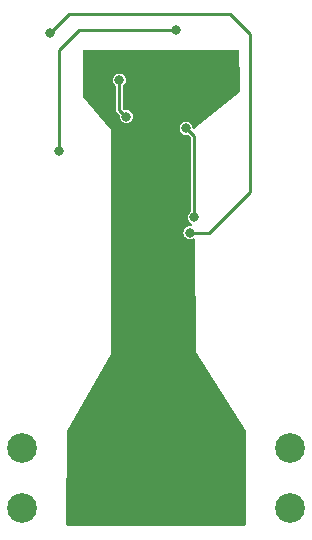
<source format=gbr>
%TF.GenerationSoftware,KiCad,Pcbnew,(6.0.8-1)-1*%
%TF.CreationDate,2022-10-03T20:28:42-04:00*%
%TF.ProjectId,TPS40305_supply,54505334-3033-4303-955f-737570706c79,rev?*%
%TF.SameCoordinates,Original*%
%TF.FileFunction,Copper,L2,Bot*%
%TF.FilePolarity,Positive*%
%FSLAX46Y46*%
G04 Gerber Fmt 4.6, Leading zero omitted, Abs format (unit mm)*
G04 Created by KiCad (PCBNEW (6.0.8-1)-1) date 2022-10-03 20:28:42*
%MOMM*%
%LPD*%
G01*
G04 APERTURE LIST*
%TA.AperFunction,ComponentPad*%
%ADD10C,0.400000*%
%TD*%
%TA.AperFunction,ComponentPad*%
%ADD11C,2.520000*%
%TD*%
%TA.AperFunction,ViaPad*%
%ADD12C,0.800000*%
%TD*%
%TA.AperFunction,Conductor*%
%ADD13C,0.254000*%
%TD*%
G04 APERTURE END LIST*
D10*
%TO.P,U1,11,GND*%
%TO.N,/GND*%
X100761091Y-48340800D03*
X99811091Y-48915800D03*
X99811091Y-47765800D03*
X98861091Y-48340800D03*
%TD*%
D11*
%TO.P,J1,1,Pin_1*%
%TO.N,/VIN*%
X88763200Y-86360000D03*
X88763200Y-81280000D03*
%TD*%
%TO.P,J3,1,Pin_1*%
%TO.N,/VOUT*%
X111420000Y-86360000D03*
X111420000Y-81280000D03*
%TD*%
%TO.P,J2,1,Pin_1*%
%TO.N,/GND*%
X95748200Y-86360000D03*
X95748200Y-81280000D03*
%TD*%
%TO.P,J4,1,Pin_1*%
%TO.N,/GND*%
X104435000Y-86360000D03*
X104435000Y-81280000D03*
%TD*%
D12*
%TO.N,/GND*%
X97320000Y-74600000D03*
X102350000Y-74600000D03*
X101390000Y-64210000D03*
X102350000Y-65960000D03*
%TO.N,/VIN*%
X101774000Y-45855600D03*
X91894800Y-56115000D03*
%TO.N,/GND*%
X99260000Y-64450000D03*
X99720000Y-66100000D03*
X99900000Y-73630000D03*
X99230000Y-62970000D03*
X99880000Y-69660000D03*
X97010000Y-48350000D03*
X99900000Y-67790000D03*
X102460000Y-52050000D03*
X99900000Y-71640000D03*
%TO.N,Net-(C8-Pad1)*%
X97568200Y-53192200D03*
X96978200Y-50102200D03*
%TO.N,/VOUT*%
X102960000Y-63010000D03*
X91100000Y-46120000D03*
%TO.N,Net-(Q2-Pad4)*%
X102630000Y-54170000D03*
X103320000Y-61730000D03*
%TD*%
D13*
%TO.N,/VOUT*%
X104560000Y-63010000D02*
X102960000Y-63010000D01*
X91100000Y-46120000D02*
X92690000Y-44530000D01*
X92690000Y-44530000D02*
X106380000Y-44530000D01*
X108040000Y-46190000D02*
X108040000Y-59530000D01*
X106380000Y-44530000D02*
X108040000Y-46190000D01*
X108040000Y-59530000D02*
X104560000Y-63010000D01*
%TO.N,/VIN*%
X91894800Y-56115000D02*
X91894800Y-47535200D01*
X93574400Y-45855600D02*
X101774000Y-45855600D01*
X91894800Y-47535200D02*
X93574400Y-45855600D01*
%TO.N,Net-(C8-Pad1)*%
X97568200Y-53192200D02*
X96978200Y-52602200D01*
X96978200Y-52602200D02*
X96978200Y-50102200D01*
%TO.N,Net-(Q2-Pad4)*%
X103320000Y-54860000D02*
X102630000Y-54170000D01*
X103320000Y-61730000D02*
X103320000Y-54860000D01*
%TD*%
%TA.AperFunction,Conductor*%
%TO.N,/GND*%
G36*
X107084013Y-47530087D02*
G01*
X107130587Y-47583672D01*
X107142035Y-47634121D01*
X107184740Y-50238350D01*
X107197383Y-51009376D01*
X107178501Y-51077816D01*
X107151384Y-51108800D01*
X103415240Y-54178188D01*
X103386149Y-54202087D01*
X103320816Y-54229874D01*
X103250831Y-54217929D01*
X103198415Y-54170043D01*
X103181243Y-54121175D01*
X103169747Y-54033850D01*
X103169746Y-54033848D01*
X103168669Y-54025664D01*
X103112957Y-53891165D01*
X103024333Y-53775667D01*
X102908836Y-53687043D01*
X102774336Y-53631331D01*
X102630000Y-53612329D01*
X102621812Y-53613407D01*
X102493850Y-53630253D01*
X102493848Y-53630254D01*
X102485664Y-53631331D01*
X102438549Y-53650847D01*
X102358793Y-53683883D01*
X102358791Y-53683884D01*
X102351165Y-53687043D01*
X102235667Y-53775667D01*
X102147043Y-53891165D01*
X102091331Y-54025664D01*
X102072329Y-54170000D01*
X102091331Y-54314336D01*
X102147043Y-54448835D01*
X102235667Y-54564333D01*
X102351164Y-54652957D01*
X102485664Y-54708669D01*
X102630000Y-54727671D01*
X102711402Y-54716954D01*
X102781549Y-54727893D01*
X102816943Y-54752781D01*
X103003196Y-54939035D01*
X103037221Y-55001347D01*
X103040100Y-55028130D01*
X103040100Y-61185723D01*
X103020098Y-61253844D01*
X102990804Y-61285686D01*
X102925667Y-61335667D01*
X102837043Y-61451165D01*
X102781331Y-61585664D01*
X102762329Y-61730000D01*
X102781331Y-61874336D01*
X102837043Y-62008835D01*
X102925667Y-62124333D01*
X103041164Y-62212957D01*
X103048795Y-62216118D01*
X103055945Y-62220246D01*
X103054243Y-62223194D01*
X103097222Y-62257850D01*
X103119622Y-62325220D01*
X103102043Y-62394006D01*
X103050067Y-62442369D01*
X102977255Y-62454601D01*
X102960000Y-62452329D01*
X102951812Y-62453407D01*
X102823850Y-62470253D01*
X102823848Y-62470254D01*
X102815664Y-62471331D01*
X102808037Y-62474490D01*
X102808038Y-62474490D01*
X102688793Y-62523883D01*
X102688791Y-62523884D01*
X102681165Y-62527043D01*
X102565667Y-62615667D01*
X102477043Y-62731165D01*
X102421331Y-62865664D01*
X102402329Y-63010000D01*
X102421331Y-63154336D01*
X102477043Y-63288835D01*
X102565667Y-63404333D01*
X102681164Y-63492957D01*
X102815664Y-63548669D01*
X102960000Y-63567671D01*
X102968188Y-63566593D01*
X103096148Y-63549747D01*
X103104336Y-63548669D01*
X103111963Y-63545510D01*
X103111966Y-63545509D01*
X103210523Y-63504685D01*
X103281113Y-63497096D01*
X103344600Y-63528875D01*
X103380827Y-63589933D01*
X103384740Y-63620493D01*
X103430000Y-73110000D01*
X103439425Y-73124956D01*
X107670736Y-79839431D01*
X107690136Y-79906132D01*
X107719523Y-87693525D01*
X107699778Y-87761720D01*
X107646298Y-87808415D01*
X107593524Y-87820000D01*
X92606795Y-87820000D01*
X92538674Y-87799998D01*
X92492181Y-87746342D01*
X92480797Y-87693208D01*
X92529794Y-79902727D01*
X92546107Y-79841509D01*
X96241962Y-73304217D01*
X96250000Y-73290000D01*
X96239758Y-63528875D01*
X96230344Y-54557788D01*
X96230000Y-54230000D01*
X96219760Y-54217929D01*
X93909802Y-51495128D01*
X93880985Y-51430243D01*
X93879883Y-51413936D01*
X93876545Y-50102200D01*
X96420529Y-50102200D01*
X96439531Y-50246536D01*
X96495243Y-50381035D01*
X96583867Y-50496533D01*
X96649006Y-50546516D01*
X96690872Y-50603853D01*
X96698300Y-50646477D01*
X96698300Y-52553784D01*
X96698151Y-52555812D01*
X96696506Y-52560603D01*
X96696942Y-52572226D01*
X96696942Y-52572228D01*
X96698211Y-52606016D01*
X96698300Y-52610743D01*
X96698300Y-52628231D01*
X96699139Y-52632734D01*
X96699317Y-52635483D01*
X96699981Y-52653176D01*
X96699982Y-52653179D01*
X96700418Y-52664801D01*
X96705010Y-52675491D01*
X96706563Y-52682379D01*
X96707870Y-52686681D01*
X96710413Y-52693270D01*
X96712543Y-52704708D01*
X96724262Y-52723719D01*
X96732766Y-52740092D01*
X96741579Y-52760604D01*
X96745319Y-52765157D01*
X96747504Y-52767342D01*
X96749559Y-52769608D01*
X96749293Y-52769849D01*
X96753330Y-52774957D01*
X96753338Y-52774950D01*
X96761153Y-52783568D01*
X96767257Y-52793471D01*
X96781645Y-52804412D01*
X96787079Y-52808544D01*
X96799907Y-52819745D01*
X96985419Y-53005257D01*
X97019445Y-53067569D01*
X97021246Y-53110797D01*
X97010529Y-53192200D01*
X97029531Y-53336536D01*
X97085243Y-53471035D01*
X97173867Y-53586533D01*
X97289364Y-53675157D01*
X97423864Y-53730869D01*
X97568200Y-53749871D01*
X97576388Y-53748793D01*
X97704348Y-53731947D01*
X97712536Y-53730869D01*
X97847036Y-53675157D01*
X97962533Y-53586533D01*
X98051157Y-53471035D01*
X98106869Y-53336536D01*
X98125871Y-53192200D01*
X98122815Y-53168987D01*
X98107947Y-53056050D01*
X98107946Y-53056048D01*
X98106869Y-53047864D01*
X98051157Y-52913365D01*
X97962533Y-52797867D01*
X97847036Y-52709243D01*
X97712536Y-52653531D01*
X97568200Y-52634529D01*
X97486798Y-52645246D01*
X97416650Y-52634307D01*
X97381257Y-52609419D01*
X97295005Y-52523167D01*
X97260979Y-52460855D01*
X97258100Y-52434072D01*
X97258100Y-50646477D01*
X97278102Y-50578356D01*
X97307394Y-50546516D01*
X97372533Y-50496533D01*
X97461157Y-50381035D01*
X97516869Y-50246536D01*
X97535871Y-50102200D01*
X97516869Y-49957864D01*
X97461157Y-49823365D01*
X97372533Y-49707867D01*
X97257036Y-49619243D01*
X97122536Y-49563531D01*
X96978200Y-49544529D01*
X96970012Y-49545607D01*
X96842050Y-49562453D01*
X96842048Y-49562454D01*
X96833864Y-49563531D01*
X96786749Y-49583047D01*
X96706993Y-49616083D01*
X96706991Y-49616084D01*
X96699365Y-49619243D01*
X96583867Y-49707867D01*
X96495243Y-49823365D01*
X96439531Y-49957864D01*
X96420529Y-50102200D01*
X93876545Y-50102200D01*
X93870321Y-47656131D01*
X93890150Y-47587959D01*
X93943687Y-47541330D01*
X93996131Y-47529810D01*
X100631670Y-47519809D01*
X107015862Y-47510187D01*
X107084013Y-47530087D01*
G37*
%TD.AperFunction*%
%TD*%
M02*

</source>
